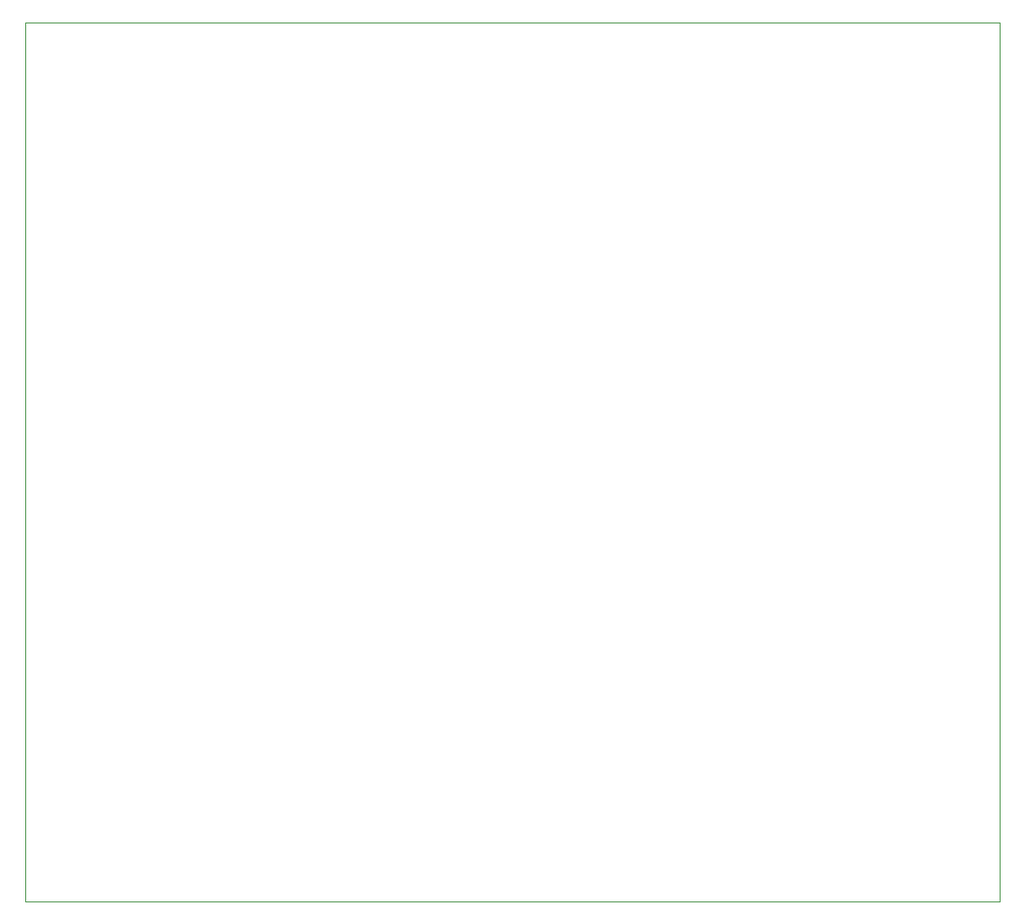
<source format=gbr>
G04 (created by PCBNEW (2013-june-11)-stable) date Thu 26 Jul 2018 16:45:46 EDT*
%MOIN*%
G04 Gerber Fmt 3.4, Leading zero omitted, Abs format*
%FSLAX34Y34*%
G01*
G70*
G90*
G04 APERTURE LIST*
%ADD10C,0.00590551*%
%ADD11C,0.00393701*%
G04 APERTURE END LIST*
G54D10*
G54D11*
X69000Y-77500D02*
X33000Y-77500D01*
X69000Y-45000D02*
X69000Y-77500D01*
X33000Y-45000D02*
X69000Y-45000D01*
X33000Y-77500D02*
X33000Y-45000D01*
M02*

</source>
